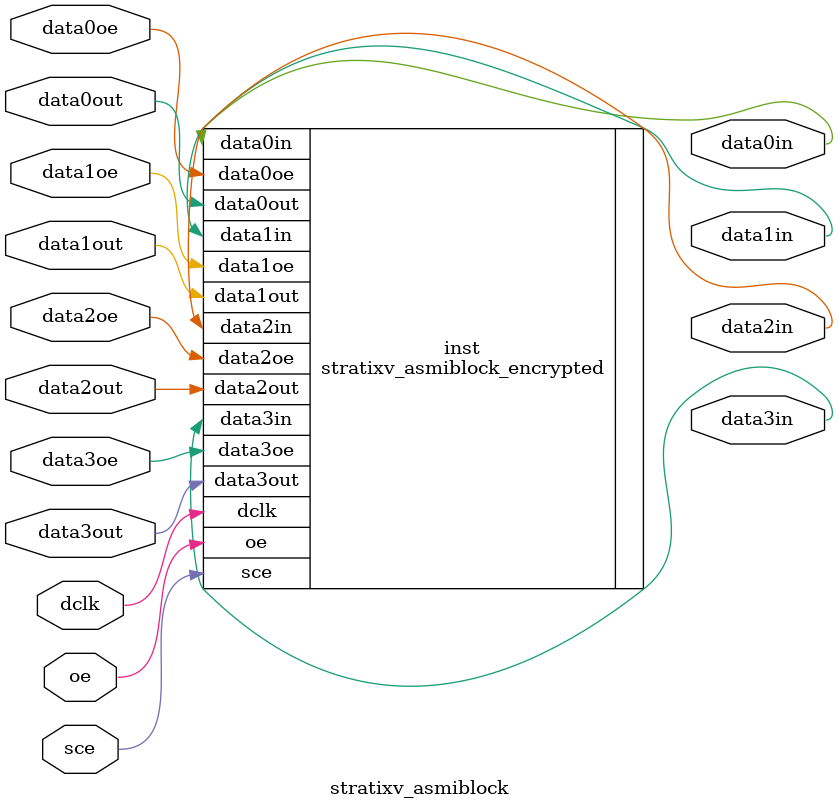
<source format=v>
module    stratixv_asmiblock    (
    dclk,
    sce,
    oe,
    data0out,
    data1out,
    data2out,
    data3out,
    data0oe,
    data1oe,
    data2oe,
    data3oe,
    data0in,
    data1in,
    data2in,
    data3in);
    parameter    lpm_type    =    "stratixv_asmiblock";
    input    dclk;
    input    sce;
    input    oe;
    input    data0out;
    input    data1out;
    input    data2out;
    input    data3out;
    input    data0oe;
    input    data1oe;
    input    data2oe;
    input    data3oe;
    output    data0in;
    output    data1in;
    output    data2in;
    output    data3in;
    stratixv_asmiblock_encrypted inst (
        .dclk(dclk),
        .sce(sce),
        .oe(oe),
        .data0out(data0out),
        .data1out(data1out),
        .data2out(data2out),
        .data3out(data3out),
        .data0oe(data0oe),
        .data1oe(data1oe),
        .data2oe(data2oe),
        .data3oe(data3oe),
        .data0in(data0in),
        .data1in(data1in),
        .data2in(data2in),
        .data3in(data3in) );
    defparam inst.lpm_type = lpm_type;
endmodule
</source>
